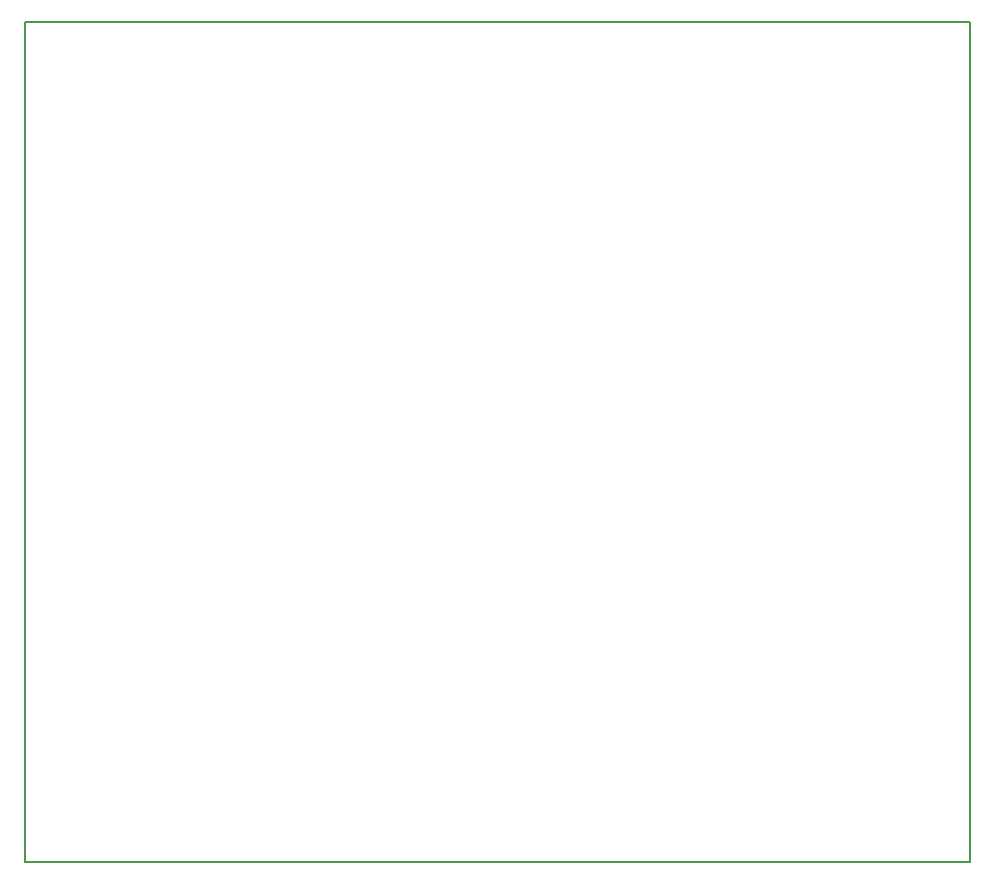
<source format=gbr>
G04 #@! TF.FileFunction,Profile,NP*
%FSLAX46Y46*%
G04 Gerber Fmt 4.6, Leading zero omitted, Abs format (unit mm)*
G04 Created by KiCad (PCBNEW 4.0.5+dfsg1-4) date Mon Oct 26 15:34:40 2020*
%MOMM*%
%LPD*%
G01*
G04 APERTURE LIST*
%ADD10C,0.100000*%
%ADD11C,0.150000*%
G04 APERTURE END LIST*
D10*
D11*
X185166000Y-129286000D02*
X148336000Y-129286000D01*
X185166000Y-58166000D02*
X185166000Y-129286000D01*
X105156000Y-58166000D02*
X185166000Y-58166000D01*
X105156000Y-63246000D02*
X105156000Y-58166000D01*
X105156000Y-63246000D02*
X105156000Y-129286000D01*
X105156000Y-129286000D02*
X148336000Y-129286000D01*
X105156000Y-124206000D02*
X105156000Y-129286000D01*
M02*

</source>
